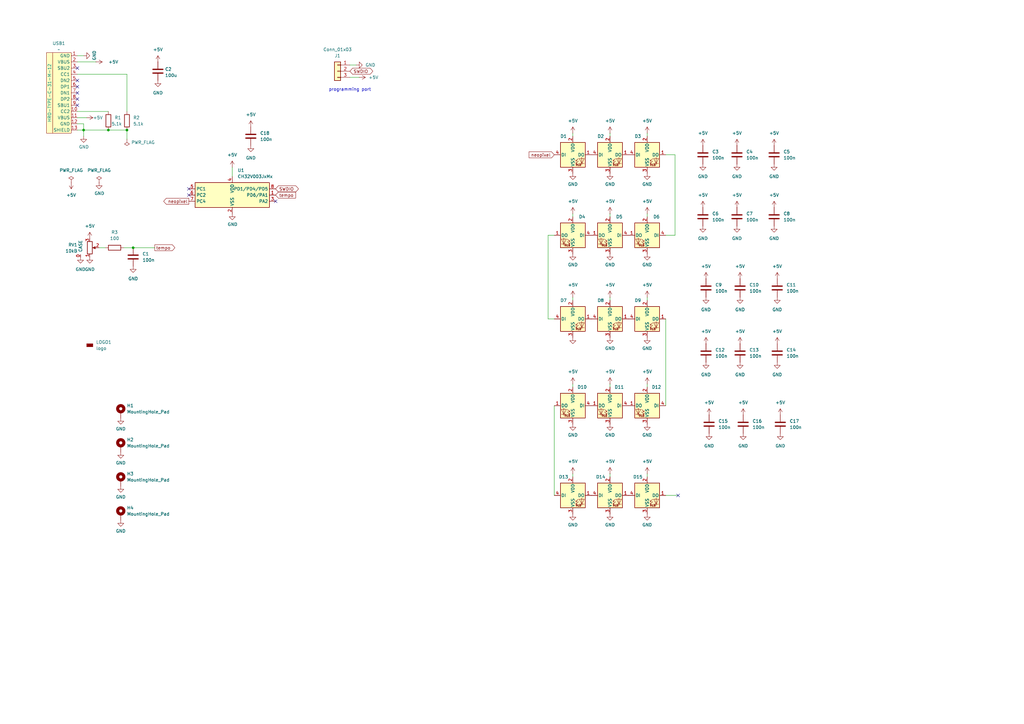
<source format=kicad_sch>
(kicad_sch (version 20231120) (generator "eeschema") (generator_version "8.0")
  (paper "A3")
  (lib_symbols
    (symbol "Connector_Generic:Conn_01x03" (pin_names (offset 1.016) hide)
      (property "Reference" "J" (at 0 5.08 0))
      (property "Value" "Conn_01x03" (at 0 -5.08 0))
      (symbol "Conn_01x03_1_1"
        (rectangle (start -1.27 -2.413) (end 0 -2.667) (stroke (width 0.1524)))
        (rectangle (start -1.27 0.127) (end 0 -0.127) (stroke (width 0.1524)))
        (rectangle (start -1.27 2.667) (end 0 2.413) (stroke (width 0.1524)))
        (rectangle (start -1.27 3.81) (end 1.27 -3.81) (stroke (width 0.254)) (fill (type background)))
        (pin passive line (at -5.08 2.54 0) (length 3.81) (name "Pin_1") (number "1"))
        (pin passive line (at -5.08 0 0) (length 3.81) (name "Pin_2") (number "2"))
        (pin passive line (at -5.08 -2.54 0) (length 3.81) (name "Pin_3") (number "3"))
      )
    )
    (symbol "Device:C" (pin_numbers hide) (pin_names (offset 0.254))
      (property "Reference" "C" (at 0.635 2.54 0))
      (property "Value" "C" (at 0.635 -2.54 0))
      (symbol "C_0_1"
        (polyline (pts (xy -2.032 -0.762) (xy 2.032 -0.762)) (stroke (width 0.508)))
        (polyline (pts (xy -2.032 0.762) (xy 2.032 0.762)) (stroke (width 0.508)))
      )
      (symbol "C_1_1"
        (pin passive line (at 0 3.81 270) (length 2.794) (name "~") (number "1"))
        (pin passive line (at 0 -3.81 90) (length 2.794) (name "~") (number "2"))
      )
    )
    (symbol "Device:R" (pin_numbers hide) (pin_names (offset 0))
      (property "Reference" "R" (at 2.032 0 90))
      (property "Value" "R" (at 0 0 90))
      (symbol "R_0_1"
        (rectangle (start -1.016 -2.54) (end 1.016 2.54) (stroke (width 0.254)))
      )
      (symbol "R_1_1"
        (pin passive line (at 0 3.81 270) (length 1.27) (name "~") (number "1"))
        (pin passive line (at 0 -3.81 90) (length 1.27) (name "~") (number "2"))
      )
    )
    (symbol "MCU_WCH_CH32V0:CH32V003JxMx"
      (property "Reference" "U" (at -15.24 7.62 0))
      (property "Value" "CH32V003JxMx" (at 15.24 7.62 0))
      (symbol "CH32V003JxMx_1_1"
        (rectangle (start -15.24 5.08) (end 15.24 -5.08) (stroke (width 0.254)) (fill (type background)))
        (pin bidirectional line (at 17.78 0 180) (length 2.54) (name "PD6/PA1") (number "1"))
        (pin power_in line (at 0 -7.62 90) (length 2.54) (name "VSS") (number "2"))
        (pin bidirectional line (at 17.78 -2.54 180) (length 2.54) (name "PA2") (number "3"))
        (pin power_in line (at 0 7.62 270) (length 2.54) (name "VDD") (number "4"))
        (pin bidirectional line (at -17.78 2.54 0) (length 2.54) (name "PC1") (number "5"))
        (pin bidirectional line (at -17.78 0 0) (length 2.54) (name "PC2") (number "6"))
        (pin bidirectional line (at -17.78 -2.54 0) (length 2.54) (name "PC4") (number "7"))
        (pin bidirectional line (at 17.78 2.54 180) (length 2.54) (name "PD1/PD4/PD5") (number "8"))
      )
    )
    (symbol "Mechanical:MountingHole_Pad" (pin_numbers hide) (pin_names (offset 1.016) hide) (exclude_from_sim yes) (in_bom no)
      (property "Reference" "H" (at 0 6.35 0))
      (property "Value" "MountingHole_Pad" (at 0 4.445 0))
      (symbol "MountingHole_Pad_0_1"
        (circle (center 0 1.27) (radius 1.27) (stroke (width 1.27)))
      )
      (symbol "MountingHole_Pad_1_1"
        (pin input line (at 0 -2.54 90) (length 2.54) (name "1") (number "1"))
      )
    )
    (symbol "PWR_FLAG_1" (power) (pin_numbers hide) (pin_names (offset 0) hide)
      (property "Value" "PWR_FLAG" (at 0 3.81 0))
      (symbol "PWR_FLAG_1_0_0"
        (pin power_out line (at 0 0 90) (length 0) (name "~") (number "1"))
      )
      (symbol "PWR_FLAG_1_0_1"
        (polyline (pts (xy 0 0) (xy 0 1.27) (xy -1.016 1.905) (xy 0 2.54) (xy 1.016 1.905) (xy 0 1.27)))
      )
    )
    (symbol "Revbox:HRO-TYPE-C-31-M12"
      (property "Reference" "USB1" (at -5.08 17.78 0))
      (property "Value" "~" (at -3.81 7.62 0))
      (symbol "HRO-TYPE-C-31-M12_1_0"
        (text "HRO-TYPE-C-31-M-12" (at -8.89 -1.27 900) (effects (font (size 1.27 1.27))))
      )
      (symbol "HRO-TYPE-C-31-M12_1_1"
        (rectangle (start -10.16 15.24) (end 0 -17.78) (fill (type background)))
        (polyline (pts (xy -7.62 15.24) (xy -7.62 -17.78)))
        (pin power_in line (at 2.54 13.97 180) (length 2.54) (name "GND") (number "1"))
        (pin power_in line (at 2.54 -8.89 180) (length 2.54) (name "CC2") (number "10"))
        (pin power_in line (at 2.54 -11.43 180) (length 2.54) (name "VBUS") (number "11"))
        (pin power_in line (at 2.54 -13.97 180) (length 2.54) (name "GND") (number "12"))
        (pin power_in line (at 2.54 -16.51 180) (length 2.54) (name "SHIELD") (number "13"))
        (pin power_in line (at 2.54 11.43 180) (length 2.54) (name "VBUS") (number "2"))
        (pin power_in line (at 2.54 8.89 180) (length 2.54) (name "SBU2") (number "3"))
        (pin power_in line (at 2.54 6.35 180) (length 2.54) (name "CC1") (number "4"))
        (pin power_in line (at 2.54 3.81 180) (length 2.54) (name "DN2") (number "5"))
        (pin power_in line (at 2.54 1.27 180) (length 2.54) (name "DP1") (number "6"))
        (pin power_in line (at 2.54 -1.27 180) (length 2.54) (name "DN1") (number "7"))
        (pin power_in line (at 2.54 -3.81 180) (length 2.54) (name "DP2") (number "8"))
        (pin power_in line (at 2.54 -6.35 180) (length 2.54) (name "SBU1") (number "9"))
      )
    )
    (symbol "mylib:LED_NeoPixel_XL-1615RGBC-WS2812B" (pin_names (offset 0.254))
      (property "Reference" "D" (at 5.08 5.715 0))
      (property "Value" "LED_NeoPixel_XL-1615RGBC-WS2812B" (at -42.418 -9.144 0) (show_name))
      (symbol "LED_NeoPixel_XL-1615RGBC-WS2812B_0_0"
        (text "RGB" (at 2.286 -4.191 0) (effects (font (size 0.762 0.762))))
      )
      (symbol "LED_NeoPixel_XL-1615RGBC-WS2812B_0_1"
        (rectangle (start -5.08 5.08) (end 5.08 -5.08) (stroke (width 0.254)) (fill (type background)))
        (polyline (pts (xy 1.27 -3.556) (xy 1.778 -3.556)))
        (polyline (pts (xy 1.27 -2.54) (xy 1.778 -2.54)))
        (polyline (pts (xy 4.699 -3.556) (xy 2.667 -3.556)))
        (polyline (pts (xy 2.286 -2.54) (xy 1.27 -3.556) (xy 1.27 -3.048)))
        (polyline (pts (xy 2.286 -1.524) (xy 1.27 -2.54) (xy 1.27 -2.032)))
        (polyline (pts (xy 3.683 -1.016) (xy 3.683 -3.556) (xy 3.683 -4.064)))
        (polyline (pts (xy 4.699 -1.524) (xy 2.667 -1.524) (xy 3.683 -3.556) (xy 4.699 -1.524)))
      )
      (symbol "LED_NeoPixel_XL-1615RGBC-WS2812B_1_1"
        (pin output line (at 7.62 0 180) (length 2.54) (name "DO") (number "1"))
        (pin power_in line (at 0 7.62 270) (length 2.54) (name "VDD") (number "2"))
        (pin power_in line (at 0 -7.62 90) (length 2.54) (name "VSS") (number "3"))
        (pin input line (at -7.62 0 0) (length 2.54) (name "DI") (number "4"))
      )
    )
    (symbol "mylib:R_POT_W_GND" (pin_names (offset 1.016))
      (property "Reference" "RV" (at -7.62 0 90))
      (property "Value" "R_POT_W_GND" (at -6.35 0 90))
      (symbol "R_POT_W_GND_0_1"
        (polyline (pts (xy 2.54 0) (xy 1.524 0)))
        (polyline (pts (xy 1.143 0) (xy 2.286 0.508) (xy 2.286 -0.508) (xy 1.143 0)) (fill (type outline)))
        (rectangle (start 1.016 2.54) (end -1.016 -2.54) (stroke (width 0.254)))
      )
      (symbol "R_POT_W_GND_1_1"
        (pin input line (at -3.81 3.81 270) (length 0.9906) (name "CASE") (number "0"))
        (pin passive line (at 0 3.81 270) (length 1.27) (name "~") (number "1"))
        (pin passive line (at 3.81 0 180) (length 1.27) (name "~") (number "2"))
        (pin passive line (at 0 -3.81 90) (length 1.27) (name "~") (number "3"))
      )
    )
    (symbol "mylib:logo" (pin_numbers hide) (pin_names (offset 0) hide)
      (property "Reference" "LOGO" (at 0 2.54 0))
      (property "Value" "logo" (at 0 1.27 0))
      (symbol "logo_0_1"
        (rectangle (start -1.27 0) (end 1.27 -1.27) (stroke (width 0.1524)) (fill (type outline)))
      )
    )
    (symbol "power:+5V" (power) (pin_numbers hide) (pin_names (offset 0) hide)
      (property "Value" "+5V" (at 0 3.556 0))
      (symbol "+5V_0_1"
        (polyline (pts (xy -0.762 1.27) (xy 0 2.54)))
        (polyline (pts (xy 0 0) (xy 0 2.54)))
        (polyline (pts (xy 0 2.54) (xy 0.762 1.27)))
      )
      (symbol "+5V_1_1"
        (pin power_in line (at 0 0 90) (length 0) (name "~") (number "1"))
      )
    )
    (symbol "power:GND" (power) (pin_names (offset 0))
      (property "Value" "GND" (at 0 -3.81 0))
      (symbol "GND_0_1"
        (polyline (pts (xy 0 0) (xy 0 -1.27) (xy 1.27 -1.27) (xy 0 -2.54) (xy -1.27 -1.27) (xy 0 -1.27)))
      )
      (symbol "GND_1_1"
        (pin power_in line (at 0 0 270) (length 0) hide (name "GND") (number "1"))
      )
    )
    (symbol "power:PWR_FLAG" (power) (pin_numbers hide) (pin_names (offset 0) hide)
      (property "Value" "PWR_FLAG" (at 0 3.81 0))
      (symbol "PWR_FLAG_0_0"
        (pin power_out line (at 0 0 90) (length 0) (name "pwr") (number "1"))
      )
      (symbol "PWR_FLAG_0_1"
        (polyline (pts (xy 0 0) (xy 0 1.27) (xy -1.016 1.905) (xy 0 2.54) (xy 1.016 1.905) (xy 0 1.27)))
      )
    )
  )
  (junction (at 44.45 53.34))
  (junction (at 54.61 101.6))
  (junction (at 52.07 53.34))
  (junction (at 34.29 53.34))
  (no_connect (at 77.47 77.47))
  (no_connect (at 31.75 40.64))
  (no_connect (at 31.75 35.56))
  (no_connect (at 31.75 38.1))
  (no_connect (at 31.75 43.18))
  (no_connect (at 31.75 33.02))
  (no_connect (at 278.13 203.2))
  (no_connect (at 31.75 27.94))
  (no_connect (at 77.47 80.01))
  (no_connect (at 113.03 82.55))
  (wire (pts (xy 40.64 101.6) (xy 43.18 101.6)))
  (wire (pts (xy 95.25 68.58) (xy 95.25 72.39)))
  (wire (pts (xy 31.75 48.26) (xy 35.56 48.26)))
  (wire (pts (xy 224.79 96.52) (xy 224.79 130.81)))
  (wire (pts (xy 31.75 53.34) (xy 34.29 53.34)))
  (wire (pts (xy 265.43 87.63) (xy 265.43 88.9)))
  (wire (pts (xy 265.43 194.31) (xy 265.43 195.58)))
  (wire (pts (xy 227.33 166.37) (xy 227.33 203.2)))
  (wire (pts (xy 265.43 121.92) (xy 265.43 123.19)))
  (wire (pts (xy 34.29 53.34) (xy 34.29 55.88)))
  (wire (pts (xy 143.51 31.75) (xy 147.32 31.75)))
  (wire (pts (xy 227.33 96.52) (xy 224.79 96.52)))
  (wire (pts (xy 234.95 87.63) (xy 234.95 88.9)))
  (wire (pts (xy 250.19 54.61) (xy 250.19 55.88)))
  (wire (pts (xy 234.95 194.31) (xy 234.95 195.58)))
  (wire (pts (xy 265.43 54.61) (xy 265.43 55.88)))
  (wire (pts (xy 250.19 157.48) (xy 250.19 158.75)))
  (wire (pts (xy 31.75 25.4) (xy 39.37 25.4)))
  (wire (pts (xy 31.75 50.8) (xy 34.29 50.8)))
  (wire (pts (xy 143.51 26.67) (xy 146.05 26.67)))
  (wire (pts (xy 54.61 101.6) (xy 63.5 101.6)))
  (wire (pts (xy 273.05 203.2) (xy 278.13 203.2)))
  (wire (pts (xy 34.29 50.8) (xy 34.29 53.34)))
  (wire (pts (xy 250.19 194.31) (xy 250.19 195.58)))
  (wire (pts (xy 265.43 157.48) (xy 265.43 158.75)))
  (wire (pts (xy 44.45 53.34) (xy 52.07 53.34)))
  (wire (pts (xy 224.79 130.81) (xy 227.33 130.81)))
  (wire (pts (xy 276.86 63.5) (xy 276.86 96.52)))
  (wire (pts (xy 234.95 121.92) (xy 234.95 123.19)))
  (wire (pts (xy 273.05 96.52) (xy 276.86 96.52)))
  (wire (pts (xy 31.75 22.86) (xy 34.29 22.86)))
  (wire (pts (xy 234.95 157.48) (xy 234.95 158.75)))
  (wire (pts (xy 31.75 45.72) (xy 44.45 45.72)))
  (wire (pts (xy 273.05 63.5) (xy 276.86 63.5)))
  (wire (pts (xy 250.19 121.92) (xy 250.19 123.19)))
  (wire (pts (xy 34.29 53.34) (xy 44.45 53.34)))
  (wire (pts (xy 250.19 87.63) (xy 250.19 88.9)))
  (wire (pts (xy 52.07 45.72) (xy 52.07 30.48)))
  (wire (pts (xy 52.07 53.34) (xy 52.07 57.15)))
  (wire (pts (xy 50.8 101.6) (xy 54.61 101.6)))
  (wire (pts (xy 273.05 130.81) (xy 273.05 166.37)))
  (wire (pts (xy 234.95 54.61) (xy 234.95 55.88)))
  (wire (pts (xy 31.75 30.48) (xy 52.07 30.48)))
  (text "programming port" (at 143.51 36.83 0) (effects (font (size 1.27 1.27))))
  (global_label "SWDIO" (shape bidirectional) (at 113.03 77.47 0) (property "Intersheetrefs" "${INTERSHEET_REFS}" (effects (hide yes))))
  (global_label "SWDIO" (shape bidirectional) (at 143.51 29.21 0) (property "Intersheetrefs" "${INTERSHEET_REFS}" (effects (hide yes))))
  (global_label "neopixel" (shape output) (at 77.47 82.55 180) (property "Intersheetrefs" "${INTERSHEET_REFS}" (effects (hide yes))))
  (global_label "tempo" (shape input) (at 113.03 80.01 0) (property "Intersheetrefs" "${INTERSHEET_REFS}" (effects (hide yes))))
  (global_label "neopixel" (shape input) (at 227.33 63.5 180) (property "Intersheetrefs" "${INTERSHEET_REFS}" (effects (hide yes))))
  (global_label "tempo" (shape output) (at 63.5 101.6 0) (property "Intersheetrefs" "${INTERSHEET_REFS}" (effects (hide yes))))
  (symbol (lib_id "power:+5V") (at 102.87 52.07 0) (unit 1)
    (property "Reference" "#PWR047" (effects (hide yes)))
    (property "Value" "+5V" (at 102.87 46.99 0))
    (property "Description" "Power symbol creates a global label with name \"+5V\"" (effects (hide yes)))
  )
  (symbol (lib_id "power:GND") (at 234.95 138.43 0) (unit 1)
    (property "Reference" "#PWR0148" (effects (hide yes)))
    (property "Value" "GND" (effects (hide yes)))
    (property "Description" "Power symbol creates a global label with name \"GND\" , ground" (effects (hide yes)))
  )
  (symbol (lib_id "Device:R") (at 46.99 101.6 90) (unit 1)
    (property "Reference" "R3" (at 46.99 95.25 90))
    (property "Value" "100" (at 46.99 97.79 90))
    (property "Footprint" "Resistor_SMD:R_0402_1005Metric_Pad0.72x0.64mm_HandSolder" (effects (hide yes)))
    (property "Description" "Resistor" (effects (hide yes)))
    (property "LCSC" "C106232" (effects (hide yes)))
  )
  (symbol (lib_id "mylib:LED_NeoPixel_XL-1615RGBC-WS2812B") (at 265.43 130.81 0) (unit 1)
    (property "Reference" "D9" (at 261.62 123.19 0))
    (property "Value" "LED_NeoPixel_XL-1615RGBC-WS2812B" (effects (hide yes)))
    (property "Footprint" "my_footprint:LED_NeoPixel_XL-1615RGBC-WS2812B" (effects (hide yes)))
    (property "Description" "RGB LED with integrated controller" (effects (hide yes)))
    (property "LCSC" "C5349954" (effects (hide yes)))
  )
  (symbol (lib_id "Device:C") (at 54.61 105.41 0) (unit 1)
    (property "Reference" "C1" (at 58.42 104.1399 0) (effects (justify left)))
    (property "Value" "100n" (at 58.42 106.6799 0) (effects (justify left)))
    (property "Footprint" "Capacitor_SMD:C_0402_1005Metric_Pad0.74x0.62mm_HandSolder" (effects (hide yes)))
    (property "Description" "Unpolarized capacitor" (effects (hide yes)))
    (property "LCSC" "C1525" (effects (hide yes)))
  )
  (symbol (lib_id "power:GND") (at 317.5 92.71 0) (unit 1)
    (property "Reference" "#PWR0162" (effects (hide yes)))
    (property "Value" "GND" (at 317.5 97.79 0))
    (property "Description" "Power symbol creates a global label with name \"GND\" , ground" (effects (hide yes)))
  )
  (symbol (lib_id "power:+5V") (at 265.43 87.63 0) (unit 1)
    (property "Reference" "#PWR022" (effects (hide yes)))
    (property "Value" "+5V" (at 265.43 82.55 0))
    (property "Description" "Power symbol creates a global label with name \"+5V\"" (effects (hide yes)))
  )
  (symbol (lib_id "power:+5V") (at 288.29 59.69 0) (unit 1)
    (property "Reference" "#PWR032" (effects (hide yes)))
    (property "Value" "+5V" (at 288.29 54.61 0))
    (property "Description" "Power symbol creates a global label with name \"+5V\"" (effects (hide yes)))
  )
  (symbol (lib_id "power:GND") (at 95.25 87.63 0) (unit 1)
    (property "Reference" "#PWR05" (effects (hide yes)))
    (property "Value" "GND" (at 95.377 92.0242 0))
  )
  (symbol (lib_id "power:+5V") (at 265.43 121.92 0) (unit 1)
    (property "Reference" "#PWR025" (effects (hide yes)))
    (property "Value" "+5V" (at 265.43 116.84 0))
    (property "Description" "Power symbol creates a global label with name \"+5V\"" (effects (hide yes)))
  )
  (symbol (lib_id "Device:C") (at 64.77 29.21 0) (unit 1)
    (property "Reference" "C2" (at 67.691 28.3753 0) (effects (justify left)))
    (property "Value" "100u" (at 67.691 30.9122 0) (effects (justify left)))
    (property "Footprint" "Capacitor_SMD:C_1206_3216Metric_Pad1.33x1.80mm_HandSolder" (effects (hide yes)))
    (property "LCSC" "C312983" (effects (hide yes)))
  )
  (symbol (lib_id "power:GND") (at 49.53 199.39 0) (unit 1)
    (property "Reference" "#PWR073" (effects (hide yes)))
    (property "Value" "GND" (at 49.53 203.8334 0))
    (property "Description" "Power symbol creates a global label with name \"GND\" , ground" (effects (hide yes)))
  )
  (symbol (lib_id "power:+5V") (at 234.95 54.61 0) (unit 1)
    (property "Reference" "#PWR017" (effects (hide yes)))
    (property "Value" "+5V" (at 234.95 49.53 0))
    (property "Description" "Power symbol creates a global label with name \"+5V\"" (effects (hide yes)))
  )
  (symbol (lib_id "power:+5V") (at 265.43 194.31 0) (unit 1)
    (property "Reference" "#PWR031" (effects (hide yes)))
    (property "Value" "+5V" (at 265.43 189.23 0))
    (property "Description" "Power symbol creates a global label with name \"+5V\"" (effects (hide yes)))
  )
  (symbol (lib_id "mylib:LED_NeoPixel_XL-1615RGBC-WS2812B") (at 250.19 203.2 0) (unit 1)
    (property "Reference" "D14" (at 246.38 195.58 0))
    (property "Value" "LED_NeoPixel_XL-1615RGBC-WS2812B" (effects (hide yes)))
    (property "Footprint" "my_footprint:LED_NeoPixel_XL-1615RGBC-WS2812B" (effects (hide yes)))
    (property "Description" "RGB LED with integrated controller" (effects (hide yes)))
    (property "LCSC" "C5349954" (effects (hide yes)))
  )
  (symbol (lib_id "Mechanical:MountingHole_Pad") (at 49.53 196.85 0) (unit 1) (exclude_from_sim yes) (in_bom no)
    (property "Reference" "H3" (at 52.07 194.3099 0) (effects (justify left)))
    (property "Value" "MountingHole_Pad" (at 52.07 196.8499 0) (effects (justify left)))
    (property "Footprint" "MountingHole:MountingHole_3.2mm_M3_Pad" (effects (hide yes)))
    (property "Description" "Mounting Hole with connection" (effects (hide yes)))
    (property "LCSC" "-" (effects (hide yes)))
  )
  (symbol (lib_id "power:GND") (at 303.53 148.59 0) (unit 1)
    (property "Reference" "#PWR0103" (effects (hide yes)))
    (property "Value" "GND" (at 303.53 153.67 0))
    (property "Description" "Power symbol creates a global label with name \"GND\" , ground" (effects (hide yes)))
  )
  (symbol (lib_id "Mechanical:MountingHole_Pad") (at 49.53 168.91 0) (unit 1) (exclude_from_sim yes) (in_bom no)
    (property "Reference" "H1" (at 52.07 166.3699 0) (effects (justify left)))
    (property "Value" "MountingHole_Pad" (at 52.07 168.9099 0) (effects (justify left)))
    (property "Footprint" "MountingHole:MountingHole_3.2mm_M3_Pad" (effects (hide yes)))
    (property "Description" "Mounting Hole with connection" (effects (hide yes)))
    (property "LCSC" "-" (effects (hide yes)))
  )
  (symbol (lib_id "Device:C") (at 289.56 118.11 0) (unit 1)
    (property "Reference" "C9" (at 293.37 116.8399 0) (effects (justify left)))
    (property "Value" "100n" (at 293.37 119.3799 0) (effects (justify left)))
    (property "Footprint" "Capacitor_SMD:C_0402_1005Metric_Pad0.74x0.62mm_HandSolder" (effects (hide yes)))
    (property "Description" "Unpolarized capacitor" (effects (hide yes)))
    (property "LCSC" "C1525" (effects (hide yes)))
  )
  (symbol (lib_id "power:+5V") (at 95.25 68.58 0) (unit 1)
    (property "Reference" "#PWR04" (effects (hide yes)))
    (property "Value" "+5V" (at 95.25 63.5 0))
    (property "Description" "Power symbol creates a global label with name \"+5V\"" (effects (hide yes)))
  )
  (symbol (lib_id "Device:R") (at 52.07 49.53 0) (unit 1)
    (property "Reference" "R2" (at 54.61 48.2599 0) (effects (justify left)))
    (property "Value" "5.1k" (at 54.61 50.7999 0) (effects (justify left)))
    (property "Footprint" "Resistor_SMD:R_0402_1005Metric" (effects (hide yes)))
    (property "LCSC" "C25905" (effects (hide yes)))
  )
  (symbol (lib_id "power:GND") (at 36.83 105.41 0) (unit 1)
    (property "Reference" "#PWR012" (effects (hide yes)))
    (property "Value" "GND" (at 36.83 110.49 0))
    (property "Description" "Power symbol creates a global label with name \"GND\" , ground" (effects (hide yes)))
  )
  (symbol (lib_id "Device:C") (at 288.29 88.9 0) (unit 1)
    (property "Reference" "C6" (at 292.1 87.6299 0) (effects (justify left)))
    (property "Value" "100n" (at 292.1 90.1699 0) (effects (justify left)))
    (property "Footprint" "Capacitor_SMD:C_0402_1005Metric_Pad0.74x0.62mm_HandSolder" (effects (hide yes)))
    (property "Description" "Unpolarized capacitor" (effects (hide yes)))
    (property "LCSC" "C1525" (effects (hide yes)))
  )
  (symbol (lib_id "power:GND") (at 318.77 148.59 0) (unit 1)
    (property "Reference" "#PWR0104" (effects (hide yes)))
    (property "Value" "GND" (at 318.77 153.67 0))
    (property "Description" "Power symbol creates a global label with name \"GND\" , ground" (effects (hide yes)))
  )
  (symbol (lib_id "power:+5V") (at 302.26 59.69 0) (unit 1)
    (property "Reference" "#PWR033" (effects (hide yes)))
    (property "Value" "+5V" (at 302.26 54.61 0))
    (property "Description" "Power symbol creates a global label with name \"+5V\"" (effects (hide yes)))
  )
  (symbol (lib_id "Device:C") (at 288.29 63.5 0) (unit 1)
    (property "Reference" "C3" (at 292.1 62.2299 0) (effects (justify left)))
    (property "Value" "100n" (at 292.1 64.7699 0) (effects (justify left)))
    (property "Footprint" "Capacitor_SMD:C_0402_1005Metric_Pad0.74x0.62mm_HandSolder" (effects (hide yes)))
    (property "Description" "Unpolarized capacitor" (effects (hide yes)))
    (property "LCSC" "C1525" (effects (hide yes)))
  )
  (symbol (lib_id "power:GND") (at 288.29 67.31 0) (unit 1)
    (property "Reference" "#PWR0153" (effects (hide yes)))
    (property "Value" "GND" (at 288.29 72.39 0))
    (property "Description" "Power symbol creates a global label with name \"GND\" , ground" (effects (hide yes)))
  )
  (symbol (lib_id "power:GND") (at 54.61 109.22 0) (unit 1)
    (property "Reference" "#PWR013" (effects (hide yes)))
    (property "Value" "GND" (at 54.61 114.3 0))
    (property "Description" "Power symbol creates a global label with name \"GND\" , ground" (effects (hide yes)))
  )
  (symbol (lib_id "power:+5V") (at 250.19 54.61 0) (unit 1)
    (property "Reference" "#PWR018" (effects (hide yes)))
    (property "Value" "+5V" (at 250.19 49.53 0))
    (property "Description" "Power symbol creates a global label with name \"+5V\"" (effects (hide yes)))
  )
  (symbol (lib_id "Revbox:HRO-TYPE-C-31-M12") (at 29.21 36.83 0) (unit 1)
    (property "Reference" "USB1" (at 24.13 17.78 0))
    (property "Value" "~" (at 24.13 20.32 0))
    (property "Footprint" "Revbox_lib:HRO TYPE-C-31-M-08A" (effects (hide yes)))
    (property "LCSC" "C2848616" (effects (hide yes)))
  )
  (symbol (lib_id "power:GND") (at 234.95 71.12 0) (unit 1)
    (property "Reference" "#PWR0125" (effects (hide yes)))
    (property "Value" "GND" (at 234.95 75.5634 0))
    (property "Description" "Power symbol creates a global label with name \"GND\" , ground" (effects (hide yes)))
  )
  (symbol (lib_id "power:+5V") (at 304.8 170.18 0) (unit 1)
    (property "Reference" "#PWR045" (effects (hide yes)))
    (property "Value" "+5V" (at 304.8 165.1 0))
    (property "Description" "Power symbol creates a global label with name \"+5V\"" (effects (hide yes)))
  )
  (symbol (lib_id "power:+5V") (at 289.56 140.97 0) (unit 1)
    (property "Reference" "#PWR041" (effects (hide yes)))
    (property "Value" "+5V" (at 289.56 135.89 0))
    (property "Description" "Power symbol creates a global label with name \"+5V\"" (effects (hide yes)))
  )
  (symbol (lib_id "power:+5V") (at 39.37 25.4 270) (unit 1)
    (property "Reference" "#PWR03" (effects (hide yes)))
    (property "Value" "+5V" (at 44.45 25.3999 90) (effects (justify left)))
    (property "Description" "Power symbol creates a global label with name \"+5V\"" (effects (hide yes)))
  )
  (symbol (lib_id "power:+5V") (at 303.53 140.97 0) (unit 1)
    (property "Reference" "#PWR042" (effects (hide yes)))
    (property "Value" "+5V" (at 303.53 135.89 0))
    (property "Description" "Power symbol creates a global label with name \"+5V\"" (effects (hide yes)))
  )
  (symbol (lib_id "power:GND") (at 234.95 173.99 0) (unit 1)
    (property "Reference" "#PWR0143" (effects (hide yes)))
    (property "Value" "GND" (at 234.95 178.4334 0))
    (property "Description" "Power symbol creates a global label with name \"GND\" , ground" (effects (hide yes)))
  )
  (symbol (lib_id "power:GND") (at 318.77 121.92 0) (unit 1)
    (property "Reference" "#PWR0113" (effects (hide yes)))
    (property "Value" "GND" (at 318.77 127 0))
    (property "Description" "Power symbol creates a global label with name \"GND\" , ground" (effects (hide yes)))
  )
  (symbol (lib_id "power:GND") (at 250.19 104.14 0) (unit 1)
    (property "Reference" "#PWR0129" (effects (hide yes)))
    (property "Value" "GND" (at 250.19 108.5834 0))
    (property "Description" "Power symbol creates a global label with name \"GND\" , ground" (effects (hide yes)))
  )
  (symbol (lib_id "power:GND") (at 265.43 210.82 0) (unit 1)
    (property "Reference" "#PWR0135" (effects (hide yes)))
    (property "Value" "GND" (at 265.43 215.2634 0))
    (property "Description" "Power symbol creates a global label with name \"GND\" , ground" (effects (hide yes)))
  )
  (symbol (lib_id "mylib:LED_NeoPixel_XL-1615RGBC-WS2812B") (at 234.95 63.5 0) (unit 1)
    (property "Reference" "D1" (at 231.14 55.88 0))
    (property "Value" "LED_NeoPixel_XL-1615RGBC-WS2812B" (effects (hide yes)))
    (property "Footprint" "my_footprint:LED_NeoPixel_XL-1615RGBC-WS2812B" (effects (hide yes)))
    (property "Description" "RGB LED with integrated controller" (effects (hide yes)))
    (property "LCSC" "C5349954" (effects (hide yes)))
  )
  (symbol (lib_id "power:GND") (at 34.29 55.88 0) (unit 1)
    (property "Reference" "#PWR02" (effects (hide yes)))
    (property "Value" "GND" (at 34.417 60.2742 0))
  )
  (symbol (lib_id "mylib:LED_NeoPixel_XL-1615RGBC-WS2812B") (at 234.95 130.81 0) (unit 1)
    (property "Reference" "D7" (at 231.14 123.19 0))
    (property "Value" "LED_NeoPixel_XL-1615RGBC-WS2812B" (effects (hide yes)))
    (property "Footprint" "my_footprint:LED_NeoPixel_XL-1615RGBC-WS2812B" (effects (hide yes)))
    (property "Description" "RGB LED with integrated controller" (effects (hide yes)))
    (property "LCSC" "C5349954" (effects (hide yes)))
  )
  (symbol (lib_id "mylib:LED_NeoPixel_XL-1615RGBC-WS2812B") (at 250.19 63.5 0) (unit 1)
    (property "Reference" "D2" (at 246.38 55.88 0))
    (property "Value" "LED_NeoPixel_XL-1615RGBC-WS2812B" (effects (hide yes)))
    (property "Footprint" "my_footprint:LED_NeoPixel_XL-1615RGBC-WS2812B" (effects (hide yes)))
    (property "Description" "RGB LED with integrated controller" (effects (hide yes)))
    (property "LCSC" "C5349954" (effects (hide yes)))
  )
  (symbol (lib_id "Device:C") (at 302.26 63.5 0) (unit 1)
    (property "Reference" "C4" (at 306.07 62.2299 0) (effects (justify left)))
    (property "Value" "100n" (at 306.07 64.7699 0) (effects (justify left)))
    (property "Footprint" "Capacitor_SMD:C_0402_1005Metric_Pad0.74x0.62mm_HandSolder" (effects (hide yes)))
    (property "Description" "Unpolarized capacitor" (effects (hide yes)))
    (property "LCSC" "C1525" (effects (hide yes)))
  )
  (symbol (lib_id "power:+5V") (at 250.19 87.63 0) (unit 1)
    (property "Reference" "#PWR021" (effects (hide yes)))
    (property "Value" "+5V" (at 250.19 82.55 0))
    (property "Description" "Power symbol creates a global label with name \"+5V\"" (effects (hide yes)))
  )
  (symbol (lib_id "mylib:LED_NeoPixel_XL-1615RGBC-WS2812B") (at 265.43 203.2 0) (unit 1)
    (property "Reference" "D15" (at 261.62 195.58 0))
    (property "Value" "LED_NeoPixel_XL-1615RGBC-WS2812B" (effects (hide yes)))
    (property "Footprint" "my_footprint:LED_NeoPixel_XL-1615RGBC-WS2812B" (effects (hide yes)))
    (property "Description" "RGB LED with integrated controller" (effects (hide yes)))
    (property "LCSC" "C5349954" (effects (hide yes)))
  )
  (symbol (lib_id "MCU_WCH_CH32V0:CH32V003JxMx") (at 95.25 80.01 0) (unit 1)
    (property "Reference" "U1" (at 97.4441 69.85 0) (effects (justify left)))
    (property "Value" "CH32V003JxMx" (at 97.4441 72.39 0) (effects (justify left)))
    (property "Footprint" "Package_SO:SOP-8_3.9x4.9mm_P1.27mm" (effects (hide yes)))
    (property "Datasheet" "https://www.wch-ic.com/products/CH32V003.html" (effects (hide yes)))
    (property "Description" "CH32V003 series are industrial-grade general-purpose microcontrollers designed based on 32-bit RISC-V instruction set and architecture. It adopts QingKe V2A core, RV32EC instruction set, and supports 2 levels of interrupt nesting. The series are mounted with rich peripheral interfaces and function modules. Its internal organizational structure meets the low-cost and low-power embedded application scenarios." (effects (hide yes)))
    (property "LCSC" "C5346354" (effects (hide yes)))
  )
  (symbol (lib_id "Device:C") (at 289.56 144.78 0) (unit 1)
    (property "Reference" "C12" (at 293.37 143.5099 0) (effects (justify left)))
    (property "Value" "100n" (at 293.37 146.0499 0) (effects (justify left)))
    (property "Footprint" "Capacitor_SMD:C_0402_1005Metric_Pad0.74x0.62mm_HandSolder" (effects (hide yes)))
    (property "Description" "Unpolarized capacitor" (effects (hide yes)))
    (property "LCSC" "C1525" (effects (hide yes)))
  )
  (symbol (lib_id "power:GND") (at 102.87 59.69 0) (unit 1)
    (property "Reference" "#PWR048" (effects (hide yes)))
    (property "Value" "GND" (at 102.87 64.77 0))
    (property "Description" "Power symbol creates a global label with name \"GND\" , ground" (effects (hide yes)))
  )
  (symbol (lib_id "mylib:LED_NeoPixel_XL-1615RGBC-WS2812B") (at 265.43 63.5 0) (unit 1)
    (property "Reference" "D3" (at 261.62 55.88 0))
    (property "Value" "LED_NeoPixel_XL-1615RGBC-WS2812B" (effects (hide yes)))
    (property "Footprint" "my_footprint:LED_NeoPixel_XL-1615RGBC-WS2812B" (effects (hide yes)))
    (property "Description" "RGB LED with integrated controller" (effects (hide yes)))
    (property "LCSC" "C5349954" (effects (hide yes)))
  )
  (symbol (lib_id "power:GND") (at 317.5 67.31 0) (unit 1)
    (property "Reference" "#PWR0161" (effects (hide yes)))
    (property "Value" "GND" (at 317.5 72.39 0))
    (property "Description" "Power symbol creates a global label with name \"GND\" , ground" (effects (hide yes)))
  )
  (symbol (lib_id "mylib:LED_NeoPixel_XL-1615RGBC-WS2812B") (at 234.95 166.37 0) (mirror y) (unit 1)
    (property "Reference" "D10" (at 238.76 158.75 0))
    (property "Value" "LED_NeoPixel_XL-1615RGBC-WS2812B" (effects (hide yes)))
    (property "Footprint" "my_footprint:LED_NeoPixel_XL-1615RGBC-WS2812B" (effects (hide yes)))
    (property "Description" "RGB LED with integrated controller" (effects (hide yes)))
    (property "LCSC" "C5349954" (effects (hide yes)))
  )
  (symbol (lib_id "power:+5V") (at 288.29 85.09 0) (unit 1)
    (property "Reference" "#PWR035" (effects (hide yes)))
    (property "Value" "+5V" (at 288.29 80.01 0))
    (property "Description" "Power symbol creates a global label with name \"+5V\"" (effects (hide yes)))
  )
  (symbol (lib_id "power:GND") (at 302.26 92.71 0) (unit 1)
    (property "Reference" "#PWR0160" (effects (hide yes)))
    (property "Value" "GND" (at 302.26 97.79 0))
    (property "Description" "Power symbol creates a global label with name \"GND\" , ground" (effects (hide yes)))
  )
  (symbol (lib_id "power:+5V") (at 318.77 114.3 0) (unit 1)
    (property "Reference" "#PWR040" (effects (hide yes)))
    (property "Value" "+5V" (at 318.77 109.22 0))
    (property "Description" "Power symbol creates a global label with name \"+5V\"" (effects (hide yes)))
  )
  (symbol (lib_id "Device:C") (at 304.8 173.99 0) (unit 1)
    (property "Reference" "C16" (at 308.61 172.7199 0) (effects (justify left)))
    (property "Value" "100n" (at 308.61 175.2599 0) (effects (justify left)))
    (property "Footprint" "Capacitor_SMD:C_0402_1005Metric_Pad0.74x0.62mm_HandSolder" (effects (hide yes)))
    (property "Description" "Unpolarized capacitor" (effects (hide yes)))
    (property "LCSC" "C1525" (effects (hide yes)))
  )
  (symbol (lib_id "power:GND") (at 250.19 210.82 0) (unit 1)
    (property "Reference" "#PWR0138" (effects (hide yes)))
    (property "Value" "GND" (at 250.19 215.2634 0))
    (property "Description" "Power symbol creates a global label with name \"GND\" , ground" (effects (hide yes)))
  )
  (symbol (lib_id "power:GND") (at 288.29 92.71 0) (unit 1)
    (property "Reference" "#PWR0154" (effects (hide yes)))
    (property "Value" "GND" (at 288.29 97.79 0))
    (property "Description" "Power symbol creates a global label with name \"GND\" , ground" (effects (hide yes)))
  )
  (symbol (lib_id "Device:C") (at 318.77 118.11 0) (unit 1)
    (property "Reference" "C11" (at 322.58 116.8399 0) (effects (justify left)))
    (property "Value" "100n" (at 322.58 119.3799 0) (effects (justify left)))
    (property "Footprint" "Capacitor_SMD:C_0402_1005Metric_Pad0.74x0.62mm_HandSolder" (effects (hide yes)))
    (property "Description" "Unpolarized capacitor" (effects (hide yes)))
    (property "LCSC" "C1525" (effects (hide yes)))
  )
  (symbol (lib_id "power:GND") (at 40.64 74.93 0) (unit 1)
    (property "Reference" "#PWR07" (effects (hide yes)))
    (property "Value" "GND" (at 40.767 79.3242 0))
  )
  (symbol (lib_id "power:+5V") (at 318.77 140.97 0) (unit 1)
    (property "Reference" "#PWR043" (effects (hide yes)))
    (property "Value" "+5V" (at 318.77 135.89 0))
    (property "Description" "Power symbol creates a global label with name \"+5V\"" (effects (hide yes)))
  )
  (symbol (lib_id "power:GND") (at 265.43 138.43 0) (unit 1)
    (property "Reference" "#PWR0145" (effects (hide yes)))
    (property "Value" "GND" (at 265.43 142.8734 0))
    (property "Description" "Power symbol creates a global label with name \"GND\" , ground" (effects (hide yes)))
  )
  (symbol (lib_id "mylib:LED_NeoPixel_XL-1615RGBC-WS2812B") (at 234.95 203.2 0) (unit 1)
    (property "Reference" "D13" (at 231.14 195.58 0))
    (property "Value" "LED_NeoPixel_XL-1615RGBC-WS2812B" (effects (hide yes)))
    (property "Footprint" "my_footprint:LED_NeoPixel_XL-1615RGBC-WS2812B" (effects (hide yes)))
    (property "Description" "RGB LED with integrated controller" (effects (hide yes)))
    (property "LCSC" "C5349954" (effects (hide yes)))
  )
  (symbol (lib_id "power:GND") (at 64.77 33.02 0) (unit 1)
    (property "Reference" "#PWR015" (effects (hide yes)))
    (property "Value" "GND" (at 64.77 38.1 0))
    (property "Description" "Power symbol creates a global label with name \"GND\" , ground" (effects (hide yes)))
  )
  (symbol (lib_id "power:GND") (at 34.29 22.86 90) (unit 1)
    (property "Reference" "#PWR01" (effects (hide yes)))
    (property "Value" "GND" (at 38.6842 22.733 0))
  )
  (symbol (lib_id "mylib:LED_NeoPixel_XL-1615RGBC-WS2812B") (at 250.19 166.37 0) (mirror y) (unit 1)
    (property "Reference" "D11" (at 254 158.75 0))
    (property "Value" "LED_NeoPixel_XL-1615RGBC-WS2812B" (effects (hide yes)))
    (property "Footprint" "my_footprint:LED_NeoPixel_XL-1615RGBC-WS2812B" (effects (hide yes)))
    (property "Description" "RGB LED with integrated controller" (effects (hide yes)))
    (property "LCSC" "C5349954" (effects (hide yes)))
  )
  (symbol (lib_id "Device:C") (at 302.26 88.9 0) (unit 1)
    (property "Reference" "C7" (at 306.07 87.6299 0) (effects (justify left)))
    (property "Value" "100n" (at 306.07 90.1699 0) (effects (justify left)))
    (property "Footprint" "Capacitor_SMD:C_0402_1005Metric_Pad0.74x0.62mm_HandSolder" (effects (hide yes)))
    (property "Description" "Unpolarized capacitor" (effects (hide yes)))
    (property "LCSC" "C1525" (effects (hide yes)))
  )
  (symbol (lib_id "power:GND") (at 49.53 171.45 0) (unit 1)
    (property "Reference" "#PWR071" (effects (hide yes)))
    (property "Value" "GND" (at 49.53 175.8934 0))
    (property "Description" "Power symbol creates a global label with name \"GND\" , ground" (effects (hide yes)))
  )
  (symbol (lib_id "mylib:LED_NeoPixel_XL-1615RGBC-WS2812B") (at 250.19 96.52 0) (mirror y) (unit 1)
    (property "Reference" "D5" (at 254 88.9 0))
    (property "Value" "LED_NeoPixel_XL-1615RGBC-WS2812B" (effects (hide yes)))
    (property "Footprint" "my_footprint:LED_NeoPixel_XL-1615RGBC-WS2812B" (effects (hide yes)))
    (property "Description" "RGB LED with integrated controller" (effects (hide yes)))
    (property "LCSC" "C5349954" (effects (hide yes)))
  )
  (symbol (lib_id "power:+5V") (at 317.5 85.09 0) (unit 1)
    (property "Reference" "#PWR037" (effects (hide yes)))
    (property "Value" "+5V" (at 317.5 80.01 0))
    (property "Description" "Power symbol creates a global label with name \"+5V\"" (effects (hide yes)))
  )
  (symbol (lib_id "mylib:R_POT_W_GND") (at 36.83 101.6 0) (mirror x) (unit 1)
    (property "Reference" "RV1" (at 31.75 100.4061 0) (effects (justify right)))
    (property "Value" "10kB" (at 31.75 102.9461 0) (effects (justify right)))
    (property "Footprint" "my_footprint:Potentiometer_Alps_RK09K_Horizontal_CORRECTED" (effects (hide yes)))
    (property "Description" "Potentiometer" (effects (hide yes)))
    (property "LCSC" "C470294" (effects (hide yes)))
  )
  (symbol (lib_id "Device:R") (at 44.45 49.53 180) (unit 1)
    (property "Reference" "R1" (at 46.99 48.2599 0) (effects (justify right)))
    (property "Value" "5.1k" (at 45.72 50.8 0) (effects (justify right)))
    (property "Footprint" "Resistor_SMD:R_0402_1005Metric" (effects (hide yes)))
    (property "LCSC" "C25905" (effects (hide yes)))
  )
  (symbol (lib_id "power:+5V") (at 303.53 114.3 0) (unit 1)
    (property "Reference" "#PWR039" (effects (hide yes)))
    (property "Value" "+5V" (at 303.53 109.22 0))
    (property "Description" "Power symbol creates a global label with name \"+5V\"" (effects (hide yes)))
  )
  (symbol (lib_id "power:+5V") (at 35.56 48.26 270) (unit 1)
    (property "Reference" "#PWR016" (effects (hide yes)))
    (property "Value" "+5V" (at 38.1 48.26 90) (effects (justify left)))
    (property "Description" "Power symbol creates a global label with name \"+5V\"" (effects (hide yes)))
  )
  (symbol (lib_id "power:GND") (at 33.02 105.41 0) (unit 1)
    (property "Reference" "#PWR010" (effects (hide yes)))
    (property "Value" "GND" (at 33.02 110.49 0))
    (property "Description" "Power symbol creates a global label with name \"GND\" , ground" (effects (hide yes)))
  )
  (symbol (lib_id "power:GND") (at 289.56 148.59 0) (unit 1)
    (property "Reference" "#PWR0107" (effects (hide yes)))
    (property "Value" "GND" (at 289.56 153.67 0))
    (property "Description" "Power symbol creates a global label with name \"GND\" , ground" (effects (hide yes)))
  )
  (symbol (lib_id "mylib:LED_NeoPixel_XL-1615RGBC-WS2812B") (at 265.43 96.52 0) (mirror y) (unit 1)
    (property "Reference" "D6" (at 269.24 88.9 0))
    (property "Value" "LED_NeoPixel_XL-1615RGBC-WS2812B" (effects (hide yes)))
    (property "Footprint" "my_footprint:LED_NeoPixel_XL-1615RGBC-WS2812B" (effects (hide yes)))
    (property "Description" "RGB LED with integrated controller" (effects (hide yes)))
    (property "LCSC" "C5349954" (effects (hide yes)))
  )
  (symbol (lib_id "power:GND") (at 49.53 185.42 0) (unit 1)
    (property "Reference" "#PWR072" (effects (hide yes)))
    (property "Value" "GND" (at 49.53 189.8634 0))
    (property "Description" "Power symbol creates a global label with name \"GND\" , ground" (effects (hide yes)))
  )
  (symbol (lib_id "Device:C") (at 102.87 55.88 0) (unit 1)
    (property "Reference" "C18" (at 106.68 54.6099 0) (effects (justify left)))
    (property "Value" "100n" (at 106.68 57.1499 0) (effects (justify left)))
    (property "Footprint" "Capacitor_SMD:C_0402_1005Metric_Pad0.74x0.62mm_HandSolder" (effects (hide yes)))
    (property "Description" "Unpolarized capacitor" (effects (hide yes)))
    (property "LCSC" "C1525" (effects (hide yes)))
  )
  (symbol (lib_id "power:+5V") (at 250.19 121.92 0) (unit 1)
    (property "Reference" "#PWR024" (effects (hide yes)))
    (property "Value" "+5V" (at 250.19 116.84 0))
    (property "Description" "Power symbol creates a global label with name \"+5V\"" (effects (hide yes)))
  )
  (symbol (lib_id "power:GND") (at 146.05 26.67 90) (unit 1)
    (property "Reference" "#PWR08" (effects (hide yes)))
    (property "Value" "GND" (at 149.86 26.6699 90) (effects (justify right)))
  )
  (symbol (lib_id "power:+5V") (at 289.56 114.3 0) (unit 1)
    (property "Reference" "#PWR038" (effects (hide yes)))
    (property "Value" "+5V" (at 289.56 109.22 0))
    (property "Description" "Power symbol creates a global label with name \"+5V\"" (effects (hide yes)))
  )
  (symbol (lib_id "power:+5V") (at 265.43 54.61 0) (unit 1)
    (property "Reference" "#PWR019" (effects (hide yes)))
    (property "Value" "+5V" (at 265.43 49.53 0))
    (property "Description" "Power symbol creates a global label with name \"+5V\"" (effects (hide yes)))
  )
  (symbol (lib_id "mylib:LED_NeoPixel_XL-1615RGBC-WS2812B") (at 234.95 96.52 0) (mirror y) (unit 1)
    (property "Reference" "D4" (at 238.76 88.9 0))
    (property "Value" "LED_NeoPixel_XL-1615RGBC-WS2812B" (effects (hide yes)))
    (property "Footprint" "my_footprint:LED_NeoPixel_XL-1615RGBC-WS2812B" (effects (hide yes)))
    (property "Description" "RGB LED with integrated controller" (effects (hide yes)))
    (property "LCSC" "C5349954" (effects (hide yes)))
  )
  (symbol (lib_id "power:+5V") (at 302.26 85.09 0) (unit 1)
    (property "Reference" "#PWR036" (effects (hide yes)))
    (property "Value" "+5V" (at 302.26 80.01 0))
    (property "Description" "Power symbol creates a global label with name \"+5V\"" (effects (hide yes)))
  )
  (symbol (lib_id "power:GND") (at 49.53 213.36 0) (unit 1)
    (property "Reference" "#PWR074" (effects (hide yes)))
    (property "Value" "GND" (at 49.53 217.8034 0))
    (property "Description" "Power symbol creates a global label with name \"GND\" , ground" (effects (hide yes)))
  )
  (symbol (lib_id "power:+5V") (at 234.95 121.92 0) (unit 1)
    (property "Reference" "#PWR023" (effects (hide yes)))
    (property "Value" "+5V" (at 234.95 116.84 0))
    (property "Description" "Power symbol creates a global label with name \"+5V\"" (effects (hide yes)))
  )
  (symbol (lib_id "power:+5V") (at 317.5 59.69 0) (unit 1)
    (property "Reference" "#PWR034" (effects (hide yes)))
    (property "Value" "+5V" (at 317.5 54.61 0))
    (property "Description" "Power symbol creates a global label with name \"+5V\"" (effects (hide yes)))
  )
  (symbol (lib_id "Device:C") (at 317.5 88.9 0) (unit 1)
    (property "Reference" "C8" (at 321.31 87.6299 0) (effects (justify left)))
    (property "Value" "100n" (at 321.31 90.1699 0) (effects (justify left)))
    (property "Footprint" "Capacitor_SMD:C_0402_1005Metric_Pad0.74x0.62mm_HandSolder" (effects (hide yes)))
    (property "Description" "Unpolarized capacitor" (effects (hide yes)))
    (property "LCSC" "C1525" (effects (hide yes)))
  )
  (symbol (lib_id "power:GND") (at 234.95 104.14 0) (unit 1)
    (property "Reference" "#PWR0131" (effects (hide yes)))
    (property "Value" "GND" (at 234.95 108.5834 0))
    (property "Description" "Power symbol creates a global label with name \"GND\" , ground" (effects (hide yes)))
  )
  (symbol (lib_id "power:+5V") (at 64.77 25.4 0) (unit 1)
    (property "Reference" "#PWR09" (effects (hide yes)))
    (property "Value" "+5V" (at 64.77 20.32 0))
    (property "Description" "Power symbol creates a global label with name \"+5V\"" (effects (hide yes)))
  )
  (symbol (lib_id "power:+5V") (at 147.32 31.75 270) (unit 1)
    (property "Reference" "#PWR014" (effects (hide yes)))
    (property "Value" "+5V" (at 151.13 31.7499 90) (effects (justify left)))
    (property "Description" "Power symbol creates a global label with name \"+5V\"" (effects (hide yes)))
  )
  (symbol (lib_id "power:GND") (at 289.56 121.92 0) (unit 1)
    (property "Reference" "#PWR0109" (effects (hide yes)))
    (property "Value" "GND" (at 289.56 127 0))
    (property "Description" "Power symbol creates a global label with name \"GND\" , ground" (effects (hide yes)))
  )
  (symbol (lib_id "mylib:logo") (at 36.83 140.97 0) (unit 1)
    (property "Reference" "LOGO1" (at 39.37 140.3349 0) (effects (justify left)))
    (property "Value" "logo" (at 39.37 142.8749 0) (effects (justify left)))
    (property "Footprint" "my_footprint:kinoshita-logo_simplified_300dpi" (effects (hide yes)))
  )
  (symbol (lib_id "Device:C") (at 303.53 144.78 0) (unit 1)
    (property "Reference" "C13" (at 307.34 143.5099 0) (effects (justify left)))
    (property "Value" "100n" (at 307.34 146.0499 0) (effects (justify left)))
    (property "Footprint" "Capacitor_SMD:C_0402_1005Metric_Pad0.74x0.62mm_HandSolder" (effects (hide yes)))
    (property "Description" "Unpolarized capacitor" (effects (hide yes)))
    (property "LCSC" "C1525" (effects (hide yes)))
  )
  (symbol (lib_id "power:GND") (at 250.19 71.12 0) (unit 1)
    (property "Reference" "#PWR0134" (effects (hide yes)))
    (property "Value" "GND" (at 250.19 75.5634 0))
    (property "Description" "Power symbol creates a global label with name \"GND\" , ground" (effects (hide yes)))
  )
  (symbol (lib_id "power:+5V") (at 320.04 170.18 0) (unit 1)
    (property "Reference" "#PWR046" (effects (hide yes)))
    (property "Value" "+5V" (at 320.04 165.1 0))
    (property "Description" "Power symbol creates a global label with name \"+5V\"" (effects (hide yes)))
  )
  (symbol (lib_id "power:+5V") (at 250.19 194.31 0) (unit 1)
    (property "Reference" "#PWR030" (effects (hide yes)))
    (property "Value" "+5V" (at 250.19 189.23 0))
    (property "Description" "Power symbol creates a global label with name \"+5V\"" (effects (hide yes)))
  )
  (symbol (lib_id "Mechanical:MountingHole_Pad") (at 49.53 182.88 0) (unit 1) (exclude_from_sim yes) (in_bom no)
    (property "Reference" "H2" (at 52.07 180.3399 0) (effects (justify left)))
    (property "Value" "MountingHole_Pad" (at 52.07 182.8799 0) (effects (justify left)))
    (property "Footprint" "MountingHole:MountingHole_3.2mm_M3_Pad" (effects (hide yes)))
    (property "Description" "Mounting Hole with connection" (effects (hide yes)))
    (property "LCSC" "-" (effects (hide yes)))
  )
  (symbol (lib_id "power:+5V") (at 234.95 87.63 0) (unit 1)
    (property "Reference" "#PWR020" (effects (hide yes)))
    (property "Value" "+5V" (at 234.95 82.55 0))
    (property "Description" "Power symbol creates a global label with name \"+5V\"" (effects (hide yes)))
  )
  (symbol (lib_id "power:GND") (at 265.43 104.14 0) (unit 1)
    (property "Reference" "#PWR0128" (effects (hide yes)))
    (property "Value" "GND" (at 265.43 108.5834 0))
    (property "Description" "Power symbol creates a global label with name \"GND\" , ground" (effects (hide yes)))
  )
  (symbol (lib_id "Device:C") (at 303.53 118.11 0) (unit 1)
    (property "Reference" "C10" (at 307.34 116.8399 0) (effects (justify left)))
    (property "Value" "100n" (at 307.34 119.3799 0) (effects (justify left)))
    (property "Footprint" "Capacitor_SMD:C_0402_1005Metric_Pad0.74x0.62mm_HandSolder" (effects (hide yes)))
    (property "Description" "Unpolarized capacitor" (effects (hide yes)))
    (property "LCSC" "C1525" (effects (hide yes)))
  )
  (symbol (lib_id "Device:C") (at 320.04 173.99 0) (unit 1)
    (property "Reference" "C17" (at 323.85 172.7199 0) (effects (justify left)))
    (property "Value" "100n" (at 323.85 175.2599 0) (effects (justify left)))
    (property "Footprint" "Capacitor_SMD:C_0402_1005Metric_Pad0.74x0.62mm_HandSolder" (effects (hide yes)))
    (property "Description" "Unpolarized capacitor" (effects (hide yes)))
    (property "LCSC" "C1525" (effects (hide yes)))
  )
  (symbol (lib_id "power:GND") (at 302.26 67.31 0) (unit 1)
    (property "Reference" "#PWR0159" (effects (hide yes)))
    (property "Value" "GND" (at 302.26 72.39 0))
    (property "Description" "Power symbol creates a global label with name \"GND\" , ground" (effects (hide yes)))
  )
  (symbol (lib_id "power:GND") (at 304.8 177.8 0) (unit 1)
    (property "Reference" "#PWR0114" (effects (hide yes)))
    (property "Value" "GND" (at 304.8 182.88 0))
    (property "Description" "Power symbol creates a global label with name \"GND\" , ground" (effects (hide yes)))
  )
  (symbol (lib_id "power:GND") (at 234.95 210.82 0) (unit 1)
    (property "Reference" "#PWR0139" (effects (hide yes)))
    (property "Value" "GND" (at 234.95 215.2634 0))
    (property "Description" "Power symbol creates a global label with name \"GND\" , ground" (effects (hide yes)))
  )
  (symbol (lib_id "Connector_Generic:Conn_01x03") (at 138.43 29.21 0) (mirror y) (unit 1)
    (property "Reference" "J1" (at 138.43 22.86 0))
    (property "Value" "Conn_01x03" (at 138.43 20.32 0))
    (property "Footprint" "Connector_PinHeader_2.54mm:PinHeader_1x03_P2.54mm_Vertical" (effects (hide yes)))
    (property "Description" "Generic connector, single row, 01x03, script generated (kicad-library-utils/schlib/autogen/connector/)" (effects (hide yes)))
  )
  (symbol (lib_id "mylib:LED_NeoPixel_XL-1615RGBC-WS2812B") (at 265.43 166.37 0) (mirror y) (unit 1)
    (property "Reference" "D12" (at 269.24 158.75 0))
    (property "Value" "LED_NeoPixel_XL-1615RGBC-WS2812B" (effects (hide yes)))
    (property "Footprint" "my_footprint:LED_NeoPixel_XL-1615RGBC-WS2812B" (effects (hide yes)))
    (property "Description" "RGB LED with integrated controller" (effects (hide yes)))
    (property "LCSC" "C5349954" (effects (hide yes)))
  )
  (symbol (lib_id "power:+5V") (at 290.83 170.18 0) (unit 1)
    (property "Reference" "#PWR044" (effects (hide yes)))
    (property "Value" "+5V" (at 290.83 165.1 0))
    (property "Description" "Power symbol creates a global label with name \"+5V\"" (effects (hide yes)))
  )
  (symbol (lib_id "power:+5V") (at 29.21 74.93 180) (unit 1)
    (property "Reference" "#PWR06" (effects (hide yes)))
    (property "Value" "+5V" (at 29.21 80.01 0))
    (property "Description" "Power symbol creates a global label with name \"+5V\"" (effects (hide yes)))
  )
  (symbol (lib_id "power:GND") (at 250.19 138.43 0) (unit 1)
    (property "Reference" "#PWR0146" (effects (hide yes)))
    (property "Value" "GND" (at 250.19 142.8734 0))
    (property "Description" "Power symbol creates a global label with name \"GND\" , ground" (effects (hide yes)))
  )
  (symbol (lib_id "Device:C") (at 290.83 173.99 0) (unit 1)
    (property "Reference" "C15" (at 294.64 172.7199 0) (effects (justify left)))
    (property "Value" "100n" (at 294.64 175.2599 0) (effects (justify left)))
    (property "Footprint" "Capacitor_SMD:C_0402_1005Metric_Pad0.74x0.62mm_HandSolder" (effects (hide yes)))
    (property "Description" "Unpolarized capacitor" (effects (hide yes)))
    (property "LCSC" "C1525" (effects (hide yes)))
  )
  (symbol (lib_id "power:PWR_FLAG") (at 52.07 57.15 180) (unit 1)
    (property "Reference" "#FLG01" (effects (hide yes)))
    (property "Value" "PWR_FLAG" (at 63.5 58.42 0) (effects (justify left)))
  )
  (symbol (lib_id "mylib:LED_NeoPixel_XL-1615RGBC-WS2812B") (at 250.19 130.81 0) (unit 1)
    (property "Reference" "D8" (at 246.38 123.19 0))
    (property "Value" "LED_NeoPixel_XL-1615RGBC-WS2812B" (effects (hide yes)))
    (property "Footprint" "my_footprint:LED_NeoPixel_XL-1615RGBC-WS2812B" (effects (hide yes)))
    (property "Description" "RGB LED with integrated controller" (effects (hide yes)))
    (property "LCSC" "C5349954" (effects (hide yes)))
  )
  (symbol (lib_id "power:GND") (at 265.43 71.12 0) (unit 1)
    (property "Reference" "#PWR0150" (effects (hide yes)))
    (property "Value" "GND" (at 265.43 75.5634 0))
    (property "Description" "Power symbol creates a global label with name \"GND\" , ground" (effects (hide yes)))
  )
  (symbol (lib_name "PWR_FLAG_1") (lib_id "power:PWR_FLAG") (at 29.21 74.93 0) (unit 1)
    (property "Reference" "#FLG02" (effects (hide yes)))
    (property "Value" "PWR_FLAG" (at 29.21 69.85 0))
    (property "Description" "Special symbol for telling ERC where power comes from" (effects (hide yes)))
  )
  (symbol (lib_id "power:GND") (at 250.19 173.99 0) (unit 1)
    (property "Reference" "#PWR0140" (effects (hide yes)))
    (property "Value" "GND" (at 250.19 178.4334 0))
    (property "Description" "Power symbol creates a global label with name \"GND\" , ground" (effects (hide yes)))
  )
  (symbol (lib_id "power:GND") (at 265.43 173.99 0) (unit 1)
    (property "Reference" "#PWR0137" (effects (hide yes)))
    (property "Value" "GND" (at 265.43 178.4334 0))
    (property "Description" "Power symbol creates a global label with name \"GND\" , ground" (effects (hide yes)))
  )
  (symbol (lib_id "Device:C") (at 318.77 144.78 0) (unit 1)
    (property "Reference" "C14" (at 322.58 143.5099 0) (effects (justify left)))
    (property "Value" "100n" (at 322.58 146.0499 0) (effects (justify left)))
    (property "Footprint" "Capacitor_SMD:C_0402_1005Metric_Pad0.74x0.62mm_HandSolder" (effects (hide yes)))
    (property "Description" "Unpolarized capacitor" (effects (hide yes)))
    (property "LCSC" "C1525" (effects (hide yes)))
  )
  (symbol (lib_id "power:+5V") (at 265.43 157.48 0) (unit 1)
    (property "Reference" "#PWR028" (effects (hide yes)))
    (property "Value" "+5V" (at 265.43 152.4 0))
    (property "Description" "Power symbol creates a global label with name \"+5V\"" (effects (hide yes)))
  )
  (symbol (lib_id "Mechanical:MountingHole_Pad") (at 49.53 210.82 0) (unit 1) (exclude_from_sim yes) (in_bom no)
    (property "Reference" "H4" (at 52.07 208.2799 0) (effects (justify left)))
    (property "Value" "MountingHole_Pad" (at 52.07 210.8199 0) (effects (justify left)))
    (property "Footprint" "MountingHole:MountingHole_3.2mm_M3_Pad" (effects (hide yes)))
    (property "Description" "Mounting Hole with connection" (effects (hide yes)))
    (property "LCSC" "-" (effects (hide yes)))
  )
  (symbol (lib_id "power:+5V") (at 234.95 194.31 0) (unit 1)
    (property "Reference" "#PWR029" (effects (hide yes)))
    (property "Value" "+5V" (at 234.95 189.23 0))
    (property "Description" "Power symbol creates a global label with name \"+5V\"" (effects (hide yes)))
  )
  (symbol (lib_id "power:+5V") (at 234.95 157.48 0) (unit 1)
    (property "Reference" "#PWR026" (effects (hide yes)))
    (property "Value" "+5V" (at 234.95 152.4 0))
    (property "Description" "Power symbol creates a global label with name \"+5V\"" (effects (hide yes)))
  )
  (symbol (lib_id "power:GND") (at 303.53 121.92 0) (unit 1)
    (property "Reference" "#PWR0111" (effects (hide yes)))
    (property "Value" "GND" (at 303.53 127 0))
    (property "Description" "Power symbol creates a global label with name \"GND\" , ground" (effects (hide yes)))
  )
  (symbol (lib_id "power:+5V") (at 36.83 97.79 0) (unit 1)
    (property "Reference" "#PWR011" (effects (hide yes)))
    (property "Value" "+5V" (at 36.83 92.71 0))
    (property "Description" "Power symbol creates a global label with name \"+5V\"" (effects (hide yes)))
  )
  (symbol (lib_id "Device:C") (at 317.5 63.5 0) (unit 1)
    (property "Reference" "C5" (at 321.31 62.2299 0) (effects (justify left)))
    (property "Value" "100n" (at 321.31 64.7699 0) (effects (justify left)))
    (property "Footprint" "Capacitor_SMD:C_0402_1005Metric_Pad0.74x0.62mm_HandSolder" (effects (hide yes)))
    (property "Description" "Unpolarized capacitor" (effects (hide yes)))
    (property "LCSC" "C1525" (effects (hide yes)))
  )
  (symbol (lib_name "PWR_FLAG_1") (lib_id "power:PWR_FLAG") (at 40.64 74.93 0) (unit 1)
    (property "Reference" "#FLG03" (effects (hide yes)))
    (property "Value" "PWR_FLAG" (at 40.64 69.85 0))
    (property "Description" "Special symbol for telling ERC where power comes from" (effects (hide yes)))
  )
  (symbol (lib_id "power:GND") (at 290.83 177.8 0) (unit 1)
    (property "Reference" "#PWR0116" (effects (hide yes)))
    (property "Value" "GND" (at 290.83 182.88 0))
    (property "Description" "Power symbol creates a global label with name \"GND\" , ground" (effects (hide yes)))
  )
  (symbol (lib_id "power:GND") (at 320.04 177.8 0) (unit 1)
    (property "Reference" "#PWR0115" (effects (hide yes)))
    (property "Value" "GND" (at 320.04 182.88 0))
    (property "Description" "Power symbol creates a global label with name \"GND\" , ground" (effects (hide yes)))
  )
  (symbol (lib_id "power:+5V") (at 250.19 157.48 0) (unit 1)
    (property "Reference" "#PWR027" (effects (hide yes)))
    (property "Value" "+5V" (at 250.19 152.4 0))
    (property "Description" "Power symbol creates a global label with name \"+5V\"" (effects (hide yes)))
  )
)
</source>
